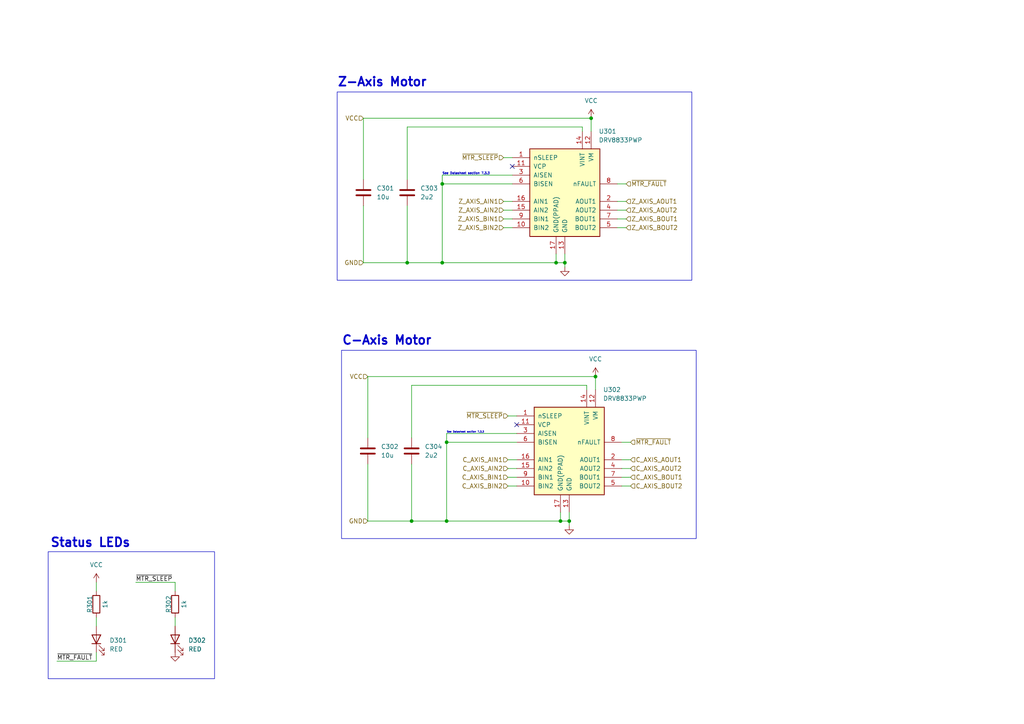
<source format=kicad_sch>
(kicad_sch (version 20231120) (generator "eeschema") (generator_version "8.0")
  (paper "A4")
  (title_block (title "SL_ST Tweezer Control Board") (date "2024-03-01") (rev "A1") (company "Olympus Engineering"))
  (lib_symbols
    (symbol "Device:C" (pin_numbers hide) (pin_names (offset 0.254))
      (property "Reference" "C" (at 0.635 2.54 0))
      (property "Value" "C" (at 0.635 -2.54 0))
      (symbol "C_0_1"
        (polyline (pts (xy -2.032 -0.762) (xy 2.032 -0.762)) (stroke (width 0.508)))
        (polyline (pts (xy -2.032 0.762) (xy 2.032 0.762)) (stroke (width 0.508)))
      )
      (symbol "C_1_1"
        (pin passive line (at 0 3.81 270) (length 2.794) (name "~") (number "1"))
        (pin passive line (at 0 -3.81 90) (length 2.794) (name "~") (number "2"))
      )
    )
    (symbol "Device:LED" (pin_numbers hide) (pin_names (offset 1.016) hide)
      (property "Reference" "D" (at 0 2.54 0))
      (property "Value" "LED" (at 0 -2.54 0))
      (symbol "LED_0_1"
        (polyline (pts (xy -1.27 -1.27) (xy -1.27 1.27)) (stroke (width 0.254)))
        (polyline (pts (xy -1.27 0) (xy 1.27 0)))
        (polyline (pts (xy 1.27 -1.27) (xy 1.27 1.27) (xy -1.27 0) (xy 1.27 -1.27)) (stroke (width 0.254)))
        (polyline (pts (xy -3.048 -0.762) (xy -4.572 -2.286) (xy -3.81 -2.286) (xy -4.572 -2.286) (xy -4.572 -1.524)))
        (polyline (pts (xy -1.778 -0.762) (xy -3.302 -2.286) (xy -2.54 -2.286) (xy -3.302 -2.286) (xy -3.302 -1.524)))
      )
      (symbol "LED_1_1"
        (pin passive line (at -3.81 0 0) (length 2.54) (name "K") (number "1"))
        (pin passive line (at 3.81 0 180) (length 2.54) (name "A") (number "2"))
      )
    )
    (symbol "Device:R" (pin_numbers hide) (pin_names (offset 0))
      (property "Reference" "R" (at 2.032 0 90))
      (property "Value" "R" (at 0 0 90))
      (symbol "R_0_1"
        (rectangle (start -1.016 -2.54) (end 1.016 2.54) (stroke (width 0.254)))
      )
      (symbol "R_1_1"
        (pin passive line (at 0 3.81 270) (length 1.27) (name "~") (number "1"))
        (pin passive line (at 0 -3.81 90) (length 1.27) (name "~") (number "2"))
      )
    )
    (symbol "Driver_Motor:DRV8833PWP" (pin_names (offset 1.016))
      (property "Reference" "U" (at -3.81 16.51 0))
      (property "Value" "DRV8833PWP" (at -3.81 13.97 0))
      (symbol "DRV8833PWP_0_1"
        (rectangle (start -10.16 12.7) (end 10.16 -12.7) (stroke (width 0.254)) (fill (type background)))
      )
      (symbol "DRV8833PWP_1_1"
        (pin input line (at -15.24 10.16 0) (length 5.08) (name "nSLEEP") (number "1"))
        (pin input line (at -15.24 -10.16 0) (length 5.08) (name "BIN2") (number "10"))
        (pin bidirectional line (at -15.24 7.62 0) (length 5.08) (name "VCP") (number "11"))
        (pin power_in line (at 7.62 17.78 270) (length 5.08) (name "VM") (number "12"))
        (pin power_in line (at 0 -17.78 90) (length 5.08) (name "GND") (number "13"))
        (pin power_in line (at 5.08 17.78 270) (length 5.08) (name "VINT") (number "14"))
        (pin input line (at -15.24 -5.08 0) (length 5.08) (name "AIN2") (number "15"))
        (pin input line (at -15.24 -2.54 0) (length 5.08) (name "AIN1") (number "16"))
        (pin power_in line (at -2.54 -17.78 90) (length 5.08) (name "GND(PPAD)") (number "17"))
        (pin power_out line (at 15.24 -2.54 180) (length 5.08) (name "AOUT1") (number "2"))
        (pin bidirectional line (at -15.24 5.08 0) (length 5.08) (name "AISEN") (number "3"))
        (pin power_out line (at 15.24 -5.08 180) (length 5.08) (name "AOUT2") (number "4"))
        (pin power_out line (at 15.24 -10.16 180) (length 5.08) (name "BOUT2") (number "5"))
        (pin bidirectional line (at -15.24 2.54 0) (length 5.08) (name "BISEN") (number "6"))
        (pin power_out line (at 15.24 -7.62 180) (length 5.08) (name "BOUT1") (number "7"))
        (pin open_collector line (at 15.24 2.54 180) (length 5.08) (name "nFAULT") (number "8"))
        (pin input line (at -15.24 -7.62 0) (length 5.08) (name "BIN1") (number "9"))
      )
    )
    (symbol "power:GND" (power) (pin_names (offset 0))
      (property "Value" "GND" (at 0 -3.81 0))
      (symbol "GND_0_1"
        (polyline (pts (xy 0 0) (xy 0 -1.27) (xy 1.27 -1.27) (xy 0 -2.54) (xy -1.27 -1.27) (xy 0 -1.27)))
      )
      (symbol "GND_1_1"
        (pin power_in line (at 0 0 270) (length 0) hide (name "GND") (number "1"))
      )
    )
    (symbol "power:VCC" (power) (pin_names (offset 0))
      (property "Value" "VCC" (at 0 3.81 0))
      (symbol "VCC_0_1"
        (polyline (pts (xy -0.762 1.27) (xy 0 2.54)))
        (polyline (pts (xy 0 0) (xy 0 2.54)))
        (polyline (pts (xy 0 2.54) (xy 0.762 1.27)))
      )
      (symbol "VCC_1_1"
        (pin power_in line (at 0 0 90) (length 0) hide (name "VCC") (number "1"))
      )
    )
  )
  (junction (at 161.29 76.2))
  (junction (at 163.83 76.2))
  (junction (at 171.45 34.29))
  (junction (at 119.38 151.13))
  (junction (at 128.27 53.34))
  (junction (at 118.11 76.2))
  (junction (at 172.72 109.22))
  (junction (at 162.56 151.13))
  (junction (at 129.54 128.27))
  (junction (at 129.54 151.13))
  (junction (at 128.27 76.2))
  (junction (at 165.1 151.13))
  (no_connect (at 149.86 123.19))
  (no_connect (at 148.59 48.26))
  (wire (pts (xy 147.32 135.89) (xy 149.86 135.89)))
  (wire (pts (xy 106.68 151.13) (xy 119.38 151.13)))
  (wire (pts (xy 129.54 125.73) (xy 129.54 128.27)))
  (wire (pts (xy 128.27 50.8) (xy 128.27 53.34)))
  (wire (pts (xy 27.94 171.45) (xy 27.94 168.91)))
  (wire (pts (xy 165.1 148.59) (xy 165.1 151.13)))
  (wire (pts (xy 147.32 133.35) (xy 149.86 133.35)))
  (wire (pts (xy 180.34 138.43) (xy 182.88 138.43)))
  (wire (pts (xy 105.41 34.29) (xy 105.41 52.07)))
  (wire (pts (xy 106.68 109.22) (xy 106.68 127)))
  (wire (pts (xy 148.59 53.34) (xy 128.27 53.34)))
  (wire (pts (xy 149.86 128.27) (xy 129.54 128.27)))
  (wire (pts (xy 118.11 59.69) (xy 118.11 76.2)))
  (wire (pts (xy 171.45 34.29) (xy 105.41 34.29)))
  (wire (pts (xy 161.29 73.66) (xy 161.29 76.2)))
  (wire (pts (xy 146.05 60.96) (xy 148.59 60.96)))
  (wire (pts (xy 119.38 151.13) (xy 129.54 151.13)))
  (wire (pts (xy 179.07 63.5) (xy 181.61 63.5)))
  (wire (pts (xy 179.07 58.42) (xy 181.61 58.42)))
  (wire (pts (xy 39.37 168.91) (xy 50.8 168.91)))
  (wire (pts (xy 172.72 109.22) (xy 106.68 109.22)))
  (wire (pts (xy 118.11 52.07) (xy 118.11 36.83)))
  (wire (pts (xy 27.94 179.07) (xy 27.94 181.61)))
  (wire (pts (xy 146.05 66.04) (xy 148.59 66.04)))
  (wire (pts (xy 180.34 135.89) (xy 182.88 135.89)))
  (wire (pts (xy 129.54 151.13) (xy 162.56 151.13)))
  (wire (pts (xy 105.41 76.2) (xy 118.11 76.2)))
  (wire (pts (xy 105.41 59.69) (xy 105.41 76.2)))
  (wire (pts (xy 148.59 50.8) (xy 128.27 50.8)))
  (wire (pts (xy 147.32 138.43) (xy 149.86 138.43)))
  (wire (pts (xy 119.38 111.76) (xy 170.18 111.76)))
  (wire (pts (xy 180.34 133.35) (xy 182.88 133.35)))
  (wire (pts (xy 168.91 36.83) (xy 168.91 38.1)))
  (wire (pts (xy 180.34 128.27) (xy 182.88 128.27)))
  (wire (pts (xy 165.1 151.13) (xy 165.1 152.4)))
  (wire (pts (xy 119.38 134.62) (xy 119.38 151.13)))
  (wire (pts (xy 50.8 171.45) (xy 50.8 168.91)))
  (wire (pts (xy 163.83 76.2) (xy 163.83 77.47)))
  (wire (pts (xy 118.11 36.83) (xy 168.91 36.83)))
  (wire (pts (xy 27.94 189.23) (xy 27.94 191.77)))
  (wire (pts (xy 146.05 63.5) (xy 148.59 63.5)))
  (wire (pts (xy 179.07 53.34) (xy 181.61 53.34)))
  (wire (pts (xy 179.07 60.96) (xy 181.61 60.96)))
  (wire (pts (xy 162.56 151.13) (xy 165.1 151.13)))
  (wire (pts (xy 161.29 76.2) (xy 163.83 76.2)))
  (wire (pts (xy 146.05 58.42) (xy 148.59 58.42)))
  (wire (pts (xy 106.68 134.62) (xy 106.68 151.13)))
  (wire (pts (xy 128.27 76.2) (xy 161.29 76.2)))
  (wire (pts (xy 118.11 76.2) (xy 128.27 76.2)))
  (wire (pts (xy 180.34 140.97) (xy 182.88 140.97)))
  (wire (pts (xy 147.32 120.65) (xy 149.86 120.65)))
  (wire (pts (xy 119.38 127) (xy 119.38 111.76)))
  (wire (pts (xy 163.83 73.66) (xy 163.83 76.2)))
  (wire (pts (xy 147.32 140.97) (xy 149.86 140.97)))
  (wire (pts (xy 162.56 148.59) (xy 162.56 151.13)))
  (wire (pts (xy 129.54 128.27) (xy 129.54 151.13)))
  (wire (pts (xy 171.45 38.1) (xy 171.45 34.29)))
  (wire (pts (xy 146.05 45.72) (xy 148.59 45.72)))
  (wire (pts (xy 16.51 191.77) (xy 27.94 191.77)))
  (wire (pts (xy 149.86 125.73) (xy 129.54 125.73)))
  (wire (pts (xy 128.27 53.34) (xy 128.27 76.2)))
  (wire (pts (xy 179.07 66.04) (xy 181.61 66.04)))
  (wire (pts (xy 50.8 179.07) (xy 50.8 181.61)))
  (wire (pts (xy 172.72 113.03) (xy 172.72 109.22)))
  (wire (pts (xy 170.18 111.76) (xy 170.18 113.03)))
  (rectangle (start 97.79 26.67) (end 200.66 81.28))
  (rectangle (start 13.97 160.02) (end 62.23 196.85))
  (rectangle (start 99.06 101.6) (end 201.93 156.21))
  (text "See Datasheet section 7.3.3" (at 128.27 50.8 0) (effects (font (size 0.635 0.635)) (justify left bottom)))
  (text "See Datasheet section 7.3.3" (at 129.54 125.73 0) (effects (font (size 0.5 0.5)) (justify left bottom)))
  (text "Status LEDs" (at 14.478 159.004 0) (effects (font (size 2.54 2.54) (bold yes)) (justify left bottom)))
  (text "C-Axis Motor" (at 99.06 100.33 0) (effects (font (size 2.54 2.54) (bold yes)) (justify left bottom)))
  (text "Z-Axis Motor" (at 97.79 25.4 0) (effects (font (size 2.54 2.54) (bold yes)) (justify left bottom)))
  (label "~{MTR_FAULT}" (at 16.51 191.77 0))
  (label "~{MTR_SLEEP}" (at 39.37 168.91 0))
  (hierarchical_label "Z_AXIS_BIN1" (shape input) (at 146.05 63.5 180))
  (hierarchical_label "Z_AXIS_BOUT2" (shape input) (at 181.61 66.04 0))
  (hierarchical_label "VCC" (shape input) (at 106.68 109.22 180))
  (hierarchical_label "~{MTR_FAULT}" (shape input) (at 181.61 53.34 0))
  (hierarchical_label "GND" (shape input) (at 106.68 151.13 180))
  (hierarchical_label "C_AXIS_AIN2" (shape input) (at 147.32 135.89 180))
  (hierarchical_label "Z_AXIS_AOUT2" (shape input) (at 181.61 60.96 0))
  (hierarchical_label "C_AXIS_AIN1" (shape input) (at 147.32 133.35 180))
  (hierarchical_label "C_AXIS_AOUT1" (shape input) (at 182.88 133.35 0))
  (hierarchical_label "~{MTR_SLEEP}" (shape input) (at 146.05 45.72 180))
  (hierarchical_label "C_AXIS_AOUT2" (shape input) (at 182.88 135.89 0))
  (hierarchical_label "Z_AXIS_AIN1" (shape input) (at 146.05 58.42 180))
  (hierarchical_label "~{MTR_SLEEP}" (shape input) (at 147.32 120.65 180))
  (hierarchical_label "VCC" (shape input) (at 105.41 34.29 180))
  (hierarchical_label "Z_AXIS_BOUT1" (shape input) (at 181.61 63.5 0))
  (hierarchical_label "C_AXIS_BOUT2" (shape input) (at 182.88 140.97 0))
  (hierarchical_label "GND" (shape input) (at 105.41 76.2 180))
  (hierarchical_label "C_AXIS_BOUT1" (shape input) (at 182.88 138.43 0))
  (hierarchical_label "Z_AXIS_AOUT1" (shape input) (at 181.61 58.42 0))
  (hierarchical_label "Z_AXIS_AIN2" (shape input) (at 146.05 60.96 180))
  (hierarchical_label "Z_AXIS_BIN2" (shape input) (at 146.05 66.04 180))
  (hierarchical_label "C_AXIS_BIN1" (shape input) (at 147.32 138.43 180))
  (hierarchical_label "~{MTR_FAULT}" (shape input) (at 182.88 128.27 0))
  (hierarchical_label "C_AXIS_BIN2" (shape input) (at 147.32 140.97 180))
  (symbol (lib_id "Device:R") (at 27.94 175.26 180) (unit 1)
    (property "Reference" "R301" (at 26.035 175.26 90))
    (property "Value" "1k" (at 30.48 175.26 90))
    (property "Footprint" "Resistor_SMD:R_0603_1608Metric" (effects (hide yes)))
    (property "Datasheet" "https://www.yageo.com/upload/media/product/app/datasheet/rchip/pyu-rc_group_51_rohs_l.pdf" (effects (hide yes)))
    (property "Distributor Link" "https://www.digikey.com/en/products/detail/yageo/RC0603FR-131ML/13694152" (effects (hide yes)))
    (property "Manfacturer PN" "RC0603FR-131ML" (effects (hide yes)))
    (property "Manufacturer" "YAGEO" (effects (hide yes)))
  )
  (symbol (lib_id "Driver_Motor:DRV8833PWP") (at 165.1 130.81 0) (unit 1)
    (property "Reference" "U302" (at 174.9141 113.03 0) (effects (justify left)))
    (property "Value" "DRV8833PWP" (at 174.9141 115.57 0) (effects (justify left)))
    (property "Footprint" "Package_SO:HTSSOP-16-1EP_4.4x5mm_P0.65mm_EP3.4x5mm_Mask2.46x2.31mm_ThermalVias" (effects (hide yes)))
    (property "Datasheet" "http://www.ti.com/lit/ds/symlink/drv8833.pdf" (effects (hide yes)))
  )
  (symbol (lib_id "Device:LED") (at 27.94 185.42 90) (unit 1)
    (property "Reference" "D301" (at 31.75 185.7374 90) (effects (justify right)))
    (property "Value" "RED" (at 31.75 188.2774 90) (effects (justify right)))
    (property "Footprint" "LED_SMD:LED_0603_1608Metric" (effects (hide yes)))
  )
  (symbol (lib_id "Device:C") (at 105.41 55.88 0) (unit 1)
    (property "Reference" "C301" (at 109.22 54.61 0) (effects (justify left)))
    (property "Value" "10u" (at 109.22 57.15 0) (effects (justify left)))
    (property "Footprint" "Capacitor_SMD:C_0603_1608Metric" (effects (hide yes)))
  )
  (symbol (lib_id "power:GND") (at 163.83 77.47 0) (unit 1)
    (property "Reference" "#PWR0303" (effects (hide yes)))
    (property "Value" "GND" (effects (hide yes)))
  )
  (symbol (lib_id "power:GND") (at 50.8 189.23 0) (unit 1)
    (property "Reference" "#PWR0302" (effects (hide yes)))
    (property "Value" "GND" (effects (hide yes)))
  )
  (symbol (lib_id "Device:C") (at 118.11 55.88 0) (unit 1)
    (property "Reference" "C303" (at 121.92 54.61 0) (effects (justify left)))
    (property "Value" "2u2" (at 121.92 57.15 0) (effects (justify left)))
    (property "Footprint" "Capacitor_SMD:C_0603_1608Metric" (effects (hide yes)))
  )
  (symbol (lib_id "power:VCC") (at 27.94 168.91 0) (unit 1)
    (property "Reference" "#PWR0301" (effects (hide yes)))
    (property "Value" "VCC" (at 27.94 163.83 0))
  )
  (symbol (lib_id "Device:C") (at 119.38 130.81 0) (unit 1)
    (property "Reference" "C304" (at 123.19 129.54 0) (effects (justify left)))
    (property "Value" "2u2" (at 123.19 132.08 0) (effects (justify left)))
    (property "Footprint" "Capacitor_SMD:C_0603_1608Metric" (effects (hide yes)))
  )
  (symbol (lib_id "power:VCC") (at 172.72 109.22 0) (unit 1)
    (property "Reference" "#PWR0306" (effects (hide yes)))
    (property "Value" "VCC" (at 172.72 104.14 0))
  )
  (symbol (lib_id "Device:LED") (at 50.8 185.42 90) (unit 1)
    (property "Reference" "D302" (at 54.61 185.7374 90) (effects (justify right)))
    (property "Value" "RED" (at 54.61 188.2774 90) (effects (justify right)))
    (property "Footprint" "LED_SMD:LED_0603_1608Metric" (effects (hide yes)))
  )
  (symbol (lib_id "Device:C") (at 106.68 130.81 0) (unit 1)
    (property "Reference" "C302" (at 110.49 129.54 0) (effects (justify left)))
    (property "Value" "10u" (at 110.49 132.08 0) (effects (justify left)))
    (property "Footprint" "Capacitor_SMD:C_0603_1608Metric" (effects (hide yes)))
  )
  (symbol (lib_id "power:GND") (at 165.1 152.4 0) (unit 1)
    (property "Reference" "#PWR0304" (effects (hide yes)))
    (property "Value" "GND" (effects (hide yes)))
  )
  (symbol (lib_id "Device:R") (at 50.8 175.26 180) (unit 1)
    (property "Reference" "R302" (at 48.895 175.26 90))
    (property "Value" "1k" (at 53.34 175.26 90))
    (property "Footprint" "Resistor_SMD:R_0603_1608Metric" (effects (hide yes)))
    (property "Datasheet" "https://www.yageo.com/upload/media/product/app/datasheet/rchip/pyu-rc_group_51_rohs_l.pdf" (effects (hide yes)))
    (property "Distributor Link" "https://www.digikey.com/en/products/detail/yageo/RC0603FR-131ML/13694152" (effects (hide yes)))
    (property "Manfacturer PN" "RC0603FR-131ML" (effects (hide yes)))
    (property "Manufacturer" "YAGEO" (effects (hide yes)))
  )
  (symbol (lib_id "power:VCC") (at 171.45 34.29 0) (unit 1)
    (property "Reference" "#PWR0305" (effects (hide yes)))
    (property "Value" "VCC" (at 171.45 29.21 0))
  )
  (symbol (lib_id "Driver_Motor:DRV8833PWP") (at 163.83 55.88 0) (unit 1)
    (property "Reference" "U301" (at 173.6441 38.1 0) (effects (justify left)))
    (property "Value" "DRV8833PWP" (at 173.6441 40.64 0) (effects (justify left)))
    (property "Footprint" "Package_SO:HTSSOP-16-1EP_4.4x5mm_P0.65mm_EP3.4x5mm_Mask2.46x2.31mm_ThermalVias" (effects (hide yes)))
    (property "Datasheet" "http://www.ti.com/lit/ds/symlink/drv8833.pdf" (effects (hide yes)))
  )
)
</source>
